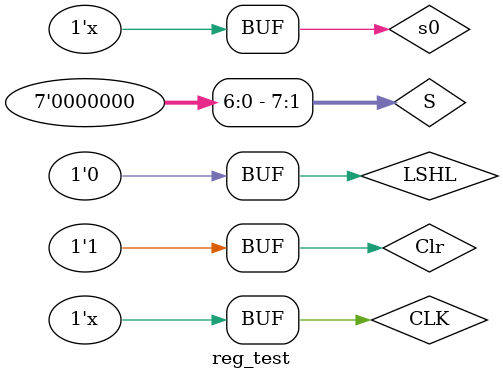
<source format=v>
module Register(S,LSHL,s0,CLK,Clr,T);
input s0;
input CLK,Clr,LSHL;
input [7:0] S;
output [7:0] T;
reg [7:0] T;

always @ (posedge CLK or negedge Clr)
    if(~Clr) T = 8'b00000000;
    else 
    case({s0})
    1'b1: T = {T[6:0],LSHL}; //shift left
    1'b0: T = S;  //parallel load
    endcase
 endmodule
 
 //test register
 module reg_test();
 reg s0,CLK,Clr,LSHL;
 reg [7:0]S;
 wire [7:0]T;
 Register ThisRegistere(S,LSHL,s0,CLK,Clr,T);
	initial
	begin
	S=$random; 
	CLK = 1; LSHL = 0; Clr = 1;
	s0=0;
	end
	always
	#100 s0=~s0;
	always
	#50 CLK=~CLK;
 endmodule
</source>
